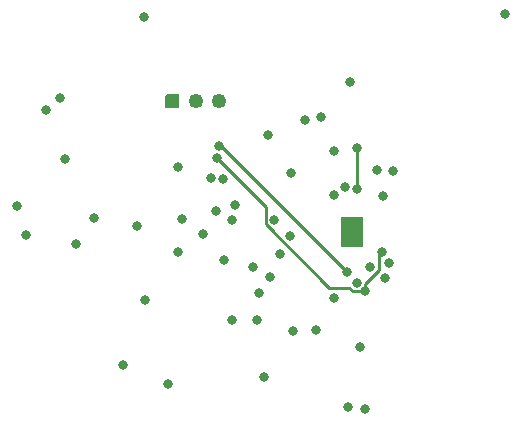
<source format=gbl>
G04 #@! TF.GenerationSoftware,KiCad,Pcbnew,(7.0.0)*
G04 #@! TF.CreationDate,2024-02-07T16:47:37+08:00*
G04 #@! TF.ProjectId,revopod1,7265766f-706f-4643-912e-6b696361645f,rev?*
G04 #@! TF.SameCoordinates,Original*
G04 #@! TF.FileFunction,Copper,L4,Bot*
G04 #@! TF.FilePolarity,Positive*
%FSLAX46Y46*%
G04 Gerber Fmt 4.6, Leading zero omitted, Abs format (unit mm)*
G04 Created by KiCad (PCBNEW (7.0.0)) date 2024-02-07 16:47:37*
%MOMM*%
%LPD*%
G01*
G04 APERTURE LIST*
G04 Aperture macros list*
%AMOutline5P*
0 Free polygon, 5 corners , with rotation*
0 The origin of the aperture is its center*
0 number of corners: always 5*
0 $1 to $10 corner X, Y*
0 $11 Rotation angle, in degrees counterclockwise*
0 create outline with 5 corners*
4,1,5,$1,$2,$3,$4,$5,$6,$7,$8,$9,$10,$1,$2,$11*%
%AMOutline6P*
0 Free polygon, 6 corners , with rotation*
0 The origin of the aperture is its center*
0 number of corners: always 6*
0 $1 to $12 corner X, Y*
0 $13 Rotation angle, in degrees counterclockwise*
0 create outline with 6 corners*
4,1,6,$1,$2,$3,$4,$5,$6,$7,$8,$9,$10,$11,$12,$1,$2,$13*%
%AMOutline7P*
0 Free polygon, 7 corners , with rotation*
0 The origin of the aperture is its center*
0 number of corners: always 7*
0 $1 to $14 corner X, Y*
0 $15 Rotation angle, in degrees counterclockwise*
0 create outline with 7 corners*
4,1,7,$1,$2,$3,$4,$5,$6,$7,$8,$9,$10,$11,$12,$13,$14,$1,$2,$15*%
%AMOutline8P*
0 Free polygon, 8 corners , with rotation*
0 The origin of the aperture is its center*
0 number of corners: always 8*
0 $1 to $16 corner X, Y*
0 $17 Rotation angle, in degrees counterclockwise*
0 create outline with 8 corners*
4,1,8,$1,$2,$3,$4,$5,$6,$7,$8,$9,$10,$11,$12,$13,$14,$15,$16,$1,$2,$17*%
G04 Aperture macros list end*
G04 #@! TA.AperFunction,ComponentPad*
%ADD10Outline5P,-0.625000X0.375000X-0.375000X0.625000X0.625000X0.625000X0.625000X-0.625000X-0.625000X-0.625000X0.000000*%
G04 #@! TD*
G04 #@! TA.AperFunction,ComponentPad*
%ADD11C,1.250000*%
G04 #@! TD*
G04 #@! TA.AperFunction,ComponentPad*
%ADD12C,0.600000*%
G04 #@! TD*
G04 #@! TA.AperFunction,SMDPad,CuDef*
%ADD13R,1.950000X2.600000*%
G04 #@! TD*
G04 #@! TA.AperFunction,ViaPad*
%ADD14C,0.800000*%
G04 #@! TD*
G04 #@! TA.AperFunction,Conductor*
%ADD15C,0.250000*%
G04 #@! TD*
G04 APERTURE END LIST*
D10*
X115999999Y-105999999D03*
D11*
X118000000Y-106000000D03*
X120000000Y-106000000D03*
D12*
X131700000Y-116200000D03*
X130700000Y-116200000D03*
X131700000Y-117100000D03*
D13*
X131199999Y-117099999D03*
D12*
X130700000Y-117100000D03*
X131700000Y-118000000D03*
X130700000Y-118000000D03*
D14*
X132352300Y-132071100D03*
X134350400Y-119700000D03*
X129700000Y-113900000D03*
X134062900Y-121008400D03*
X131624300Y-121355417D03*
X134700000Y-111900000D03*
X130600000Y-113300000D03*
X124086600Y-108879300D03*
X131879700Y-126811200D03*
X126041700Y-112078200D03*
X116864800Y-116006000D03*
X127242400Y-107595700D03*
X129694900Y-122622000D03*
X113678400Y-122844700D03*
X129700000Y-110200000D03*
X113622000Y-98893000D03*
X124265000Y-120863800D03*
X124648700Y-116021700D03*
X128568200Y-107323800D03*
X119289700Y-112541400D03*
X116527300Y-111597500D03*
X131076500Y-104376000D03*
X121098800Y-116045600D03*
X144189700Y-98640300D03*
X133800000Y-118800000D03*
X119800000Y-110800000D03*
X132348800Y-122100000D03*
X128200000Y-125400000D03*
X121100000Y-124500000D03*
X133824500Y-114000000D03*
X131643000Y-109967800D03*
X131643000Y-113400000D03*
X125984800Y-117450000D03*
X123321682Y-122268412D03*
X132725451Y-120049951D03*
X133341400Y-111783200D03*
X126209400Y-125421300D03*
X121351700Y-114756300D03*
X120343100Y-112543800D03*
X123754500Y-129309200D03*
X130864600Y-131848500D03*
X106942300Y-110905600D03*
X107884600Y-118065400D03*
X119686000Y-115270700D03*
X106500000Y-105700000D03*
X123200000Y-124544500D03*
X113030100Y-116600000D03*
X125137000Y-118900000D03*
X111870300Y-128322800D03*
X109341200Y-115906000D03*
X115661500Y-129900000D03*
X122823000Y-120060900D03*
X119968974Y-109774440D03*
X130810370Y-120485485D03*
X120406400Y-119430000D03*
X103655800Y-117314600D03*
X118610200Y-117248800D03*
X105305300Y-106725500D03*
X102878000Y-114836000D03*
X116461500Y-118792500D03*
D15*
X131200000Y-117100000D02*
X130700000Y-117100000D01*
X123923700Y-114923700D02*
X123923700Y-116414205D01*
X131000000Y-121800000D02*
X131300000Y-122100000D01*
X132348800Y-121451200D02*
X133500000Y-120300000D01*
X129309495Y-121800000D02*
X131000000Y-121800000D01*
X133500000Y-119100000D02*
X133800000Y-118800000D01*
X123923700Y-116414205D02*
X129309495Y-121800000D01*
X131300000Y-122100000D02*
X132348800Y-122100000D01*
X133500000Y-120300000D02*
X133500000Y-119100000D01*
X119800000Y-110800000D02*
X123923700Y-114923700D01*
X132348800Y-122100000D02*
X132348800Y-121451200D01*
X131643000Y-113400000D02*
X131643000Y-109967800D01*
X130810370Y-120485485D02*
X120099325Y-109774440D01*
X120099325Y-109774440D02*
X119968974Y-109774440D01*
M02*

</source>
